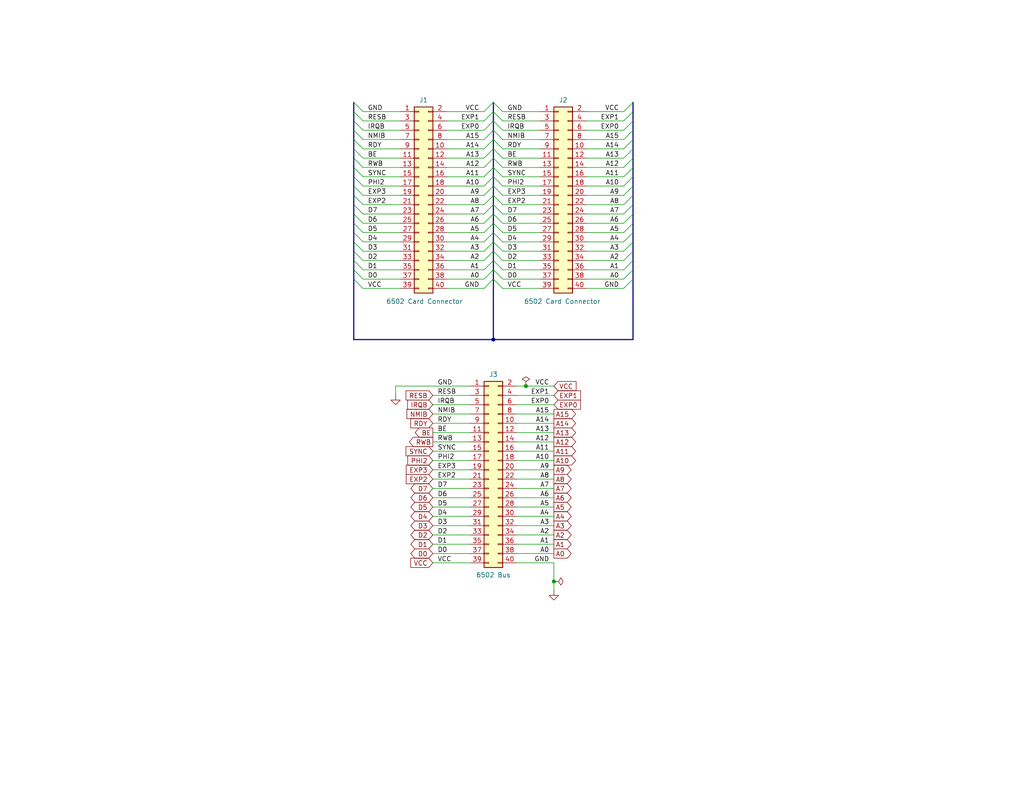
<source format=kicad_sch>
(kicad_sch (version 20250114) (generator "eeschema") (generator_version "9.0")
  (paper "USLetter")
  (title_block (title "6502 Backplane Helper") (date "2025-12-02") (rev "1.0") (company "A.C. Wright Design"))
  (lib_symbols
    (symbol "Connector_Generic:Conn_02x20_Odd_Even" (pin_names (offset 1.016) (hide yes))
      (property "Reference" "J" (at 1.27 25.4 0))
      (property "Value" "Conn_02x20_Odd_Even" (at 1.27 -27.94 0))
      (symbol "Conn_02x20_Odd_Even_1_1"
        (rectangle (start -1.27 24.13) (end 3.81 -26.67) (stroke (width 0.254)) (fill (type background)))
        (rectangle (start -1.27 22.987) (end 0 22.733) (stroke (width 0.1524)))
        (rectangle (start -1.27 20.447) (end 0 20.193) (stroke (width 0.1524)))
        (rectangle (start -1.27 17.907) (end 0 17.653) (stroke (width 0.1524)))
        (rectangle (start -1.27 15.367) (end 0 15.113) (stroke (width 0.1524)))
        (rectangle (start -1.27 12.827) (end 0 12.573) (stroke (width 0.1524)))
        (rectangle (start -1.27 10.287) (end 0 10.033) (stroke (width 0.1524)))
        (rectangle (start -1.27 7.747) (end 0 7.493) (stroke (width 0.1524)))
        (rectangle (start -1.27 5.207) (end 0 4.953) (stroke (width 0.1524)))
        (rectangle (start -1.27 2.667) (end 0 2.413) (stroke (width 0.1524)))
        (rectangle (start -1.27 0.127) (end 0 -0.127) (stroke (width 0.1524)))
        (rectangle (start -1.27 -2.413) (end 0 -2.667) (stroke (width 0.1524)))
        (rectangle (start -1.27 -4.953) (end 0 -5.207) (stroke (width 0.1524)))
        (rectangle (start -1.27 -7.493) (end 0 -7.747) (stroke (width 0.1524)))
        (rectangle (start -1.27 -10.033) (end 0 -10.287) (stroke (width 0.1524)))
        (rectangle (start -1.27 -12.573) (end 0 -12.827) (stroke (width 0.1524)))
        (rectangle (start -1.27 -15.113) (end 0 -15.367) (stroke (width 0.1524)))
        (rectangle (start -1.27 -17.653) (end 0 -17.907) (stroke (width 0.1524)))
        (rectangle (start -1.27 -20.193) (end 0 -20.447) (stroke (width 0.1524)))
        (rectangle (start -1.27 -22.733) (end 0 -22.987) (stroke (width 0.1524)))
        (rectangle (start -1.27 -25.273) (end 0 -25.527) (stroke (width 0.1524)))
        (rectangle (start 3.81 22.987) (end 2.54 22.733) (stroke (width 0.1524)))
        (rectangle (start 3.81 20.447) (end 2.54 20.193) (stroke (width 0.1524)))
        (rectangle (start 3.81 17.907) (end 2.54 17.653) (stroke (width 0.1524)))
        (rectangle (start 3.81 15.367) (end 2.54 15.113) (stroke (width 0.1524)))
        (rectangle (start 3.81 12.827) (end 2.54 12.573) (stroke (width 0.1524)))
        (rectangle (start 3.81 10.287) (end 2.54 10.033) (stroke (width 0.1524)))
        (rectangle (start 3.81 7.747) (end 2.54 7.493) (stroke (width 0.1524)))
        (rectangle (start 3.81 5.207) (end 2.54 4.953) (stroke (width 0.1524)))
        (rectangle (start 3.81 2.667) (end 2.54 2.413) (stroke (width 0.1524)))
        (rectangle (start 3.81 0.127) (end 2.54 -0.127) (stroke (width 0.1524)))
        (rectangle (start 3.81 -2.413) (end 2.54 -2.667) (stroke (width 0.1524)))
        (rectangle (start 3.81 -4.953) (end 2.54 -5.207) (stroke (width 0.1524)))
        (rectangle (start 3.81 -7.493) (end 2.54 -7.747) (stroke (width 0.1524)))
        (rectangle (start 3.81 -10.033) (end 2.54 -10.287) (stroke (width 0.1524)))
        (rectangle (start 3.81 -12.573) (end 2.54 -12.827) (stroke (width 0.1524)))
        (rectangle (start 3.81 -15.113) (end 2.54 -15.367) (stroke (width 0.1524)))
        (rectangle (start 3.81 -17.653) (end 2.54 -17.907) (stroke (width 0.1524)))
        (rectangle (start 3.81 -20.193) (end 2.54 -20.447) (stroke (width 0.1524)))
        (rectangle (start 3.81 -22.733) (end 2.54 -22.987) (stroke (width 0.1524)))
        (rectangle (start 3.81 -25.273) (end 2.54 -25.527) (stroke (width 0.1524)))
        (pin passive line (at -5.08 22.86 0) (length 3.81) (name "Pin_1") (number "1"))
        (pin passive line (at -5.08 20.32 0) (length 3.81) (name "Pin_3") (number "3"))
        (pin passive line (at -5.08 17.78 0) (length 3.81) (name "Pin_5") (number "5"))
        (pin passive line (at -5.08 15.24 0) (length 3.81) (name "Pin_7") (number "7"))
        (pin passive line (at -5.08 12.7 0) (length 3.81) (name "Pin_9") (number "9"))
        (pin passive line (at -5.08 10.16 0) (length 3.81) (name "Pin_11") (number "11"))
        (pin passive line (at -5.08 7.62 0) (length 3.81) (name "Pin_13") (number "13"))
        (pin passive line (at -5.08 5.08 0) (length 3.81) (name "Pin_15") (number "15"))
        (pin passive line (at -5.08 2.54 0) (length 3.81) (name "Pin_17") (number "17"))
        (pin passive line (at -5.08 0 0) (length 3.81) (name "Pin_19") (number "19"))
        (pin passive line (at -5.08 -2.54 0) (length 3.81) (name "Pin_21") (number "21"))
        (pin passive line (at -5.08 -5.08 0) (length 3.81) (name "Pin_23") (number "23"))
        (pin passive line (at -5.08 -7.62 0) (length 3.81) (name "Pin_25") (number "25"))
        (pin passive line (at -5.08 -10.16 0) (length 3.81) (name "Pin_27") (number "27"))
        (pin passive line (at -5.08 -12.7 0) (length 3.81) (name "Pin_29") (number "29"))
        (pin passive line (at -5.08 -15.24 0) (length 3.81) (name "Pin_31") (number "31"))
        (pin passive line (at -5.08 -17.78 0) (length 3.81) (name "Pin_33") (number "33"))
        (pin passive line (at -5.08 -20.32 0) (length 3.81) (name "Pin_35") (number "35"))
        (pin passive line (at -5.08 -22.86 0) (length 3.81) (name "Pin_37") (number "37"))
        (pin passive line (at -5.08 -25.4 0) (length 3.81) (name "Pin_39") (number "39"))
        (pin passive line (at 7.62 22.86 180) (length 3.81) (name "Pin_2") (number "2"))
        (pin passive line (at 7.62 20.32 180) (length 3.81) (name "Pin_4") (number "4"))
        (pin passive line (at 7.62 17.78 180) (length 3.81) (name "Pin_6") (number "6"))
        (pin passive line (at 7.62 15.24 180) (length 3.81) (name "Pin_8") (number "8"))
        (pin passive line (at 7.62 12.7 180) (length 3.81) (name "Pin_10") (number "10"))
        (pin passive line (at 7.62 10.16 180) (length 3.81) (name "Pin_12") (number "12"))
        (pin passive line (at 7.62 7.62 180) (length 3.81) (name "Pin_14") (number "14"))
        (pin passive line (at 7.62 5.08 180) (length 3.81) (name "Pin_16") (number "16"))
        (pin passive line (at 7.62 2.54 180) (length 3.81) (name "Pin_18") (number "18"))
        (pin passive line (at 7.62 0 180) (length 3.81) (name "Pin_20") (number "20"))
        (pin passive line (at 7.62 -2.54 180) (length 3.81) (name "Pin_22") (number "22"))
        (pin passive line (at 7.62 -5.08 180) (length 3.81) (name "Pin_24") (number "24"))
        (pin passive line (at 7.62 -7.62 180) (length 3.81) (name "Pin_26") (number "26"))
        (pin passive line (at 7.62 -10.16 180) (length 3.81) (name "Pin_28") (number "28"))
        (pin passive line (at 7.62 -12.7 180) (length 3.81) (name "Pin_30") (number "30"))
        (pin passive line (at 7.62 -15.24 180) (length 3.81) (name "Pin_32") (number "32"))
        (pin passive line (at 7.62 -17.78 180) (length 3.81) (name "Pin_34") (number "34"))
        (pin passive line (at 7.62 -20.32 180) (length 3.81) (name "Pin_36") (number "36"))
        (pin passive line (at 7.62 -22.86 180) (length 3.81) (name "Pin_38") (number "38"))
        (pin passive line (at 7.62 -25.4 180) (length 3.81) (name "Pin_40") (number "40"))
      )
    )
    (symbol "power:GND" (power) (pin_numbers (hide yes)) (pin_names (offset 0) (hide yes))
      (property "Value" "GND" (at 0 -3.81 0))
      (symbol "GND_0_1"
        (polyline (pts (xy 0 0) (xy 0 -1.27) (xy 1.27 -1.27) (xy 0 -2.54) (xy -1.27 -1.27) (xy 0 -1.27)))
      )
      (symbol "GND_1_1"
        (pin power_in line (at 0 0 270) (length 0) (name "~") (number "1"))
      )
    )
    (symbol "power:PWR_FLAG" (power) (pin_numbers (hide yes)) (pin_names (offset 0) (hide yes))
      (property "Value" "PWR_FLAG" (at 0 3.81 0))
      (symbol "PWR_FLAG_0_0"
        (pin power_out line (at 0 0 90) (length 0) (name "~") (number "1"))
      )
      (symbol "PWR_FLAG_0_1"
        (polyline (pts (xy 0 0) (xy 0 1.27) (xy -1.016 1.905) (xy 0 2.54) (xy 1.016 1.905) (xy 0 1.27)))
      )
    )
  )
  (junction (at 143.51 105.41))
  (junction (at 134.62 92.71))
  (junction (at 151.13 158.75))
  (bus_entry (at 134.62 66.04) (size 2.54 2.54))
  (bus_entry (at 134.62 35.56) (size -2.54 2.54))
  (bus_entry (at 134.62 33.02) (size -2.54 2.54))
  (bus_entry (at 96.52 66.04) (size 2.54 2.54))
  (bus_entry (at 172.72 73.66) (size -2.54 2.54))
  (bus_entry (at 134.62 43.18) (size 2.54 2.54))
  (bus_entry (at 96.52 43.18) (size 2.54 2.54))
  (bus_entry (at 134.62 76.2) (size 2.54 2.54))
  (bus_entry (at 96.52 63.5) (size 2.54 2.54))
  (bus_entry (at 96.52 60.96) (size 2.54 2.54))
  (bus_entry (at 134.62 48.26) (size -2.54 2.54))
  (bus_entry (at 172.72 48.26) (size -2.54 2.54))
  (bus_entry (at 96.52 76.2) (size 2.54 2.54))
  (bus_entry (at 134.62 33.02) (size 2.54 2.54))
  (bus_entry (at 134.62 40.64) (size 2.54 2.54))
  (bus_entry (at 134.62 68.58) (size 2.54 2.54))
  (bus_entry (at 134.62 63.5) (size -2.54 2.54))
  (bus_entry (at 134.62 55.88) (size 2.54 2.54))
  (bus_entry (at 96.52 38.1) (size 2.54 2.54))
  (bus_entry (at 96.52 73.66) (size 2.54 2.54))
  (bus_entry (at 172.72 66.04) (size -2.54 2.54))
  (bus_entry (at 134.62 68.58) (size -2.54 2.54))
  (bus_entry (at 134.62 53.34) (size 2.54 2.54))
  (bus_entry (at 134.62 71.12) (size 2.54 2.54))
  (bus_entry (at 172.72 35.56) (size -2.54 2.54))
  (bus_entry (at 172.72 71.12) (size -2.54 2.54))
  (bus_entry (at 172.72 33.02) (size -2.54 2.54))
  (bus_entry (at 96.52 71.12) (size 2.54 2.54))
  (bus_entry (at 172.72 63.5) (size -2.54 2.54))
  (bus_entry (at 172.72 45.72) (size -2.54 2.54))
  (bus_entry (at 96.52 27.94) (size 2.54 2.54))
  (bus_entry (at 172.72 53.34) (size -2.54 2.54))
  (bus_entry (at 96.52 33.02) (size 2.54 2.54))
  (bus_entry (at 96.52 53.34) (size 2.54 2.54))
  (bus_entry (at 172.72 60.96) (size -2.54 2.54))
  (bus_entry (at 96.52 50.8) (size 2.54 2.54))
  (bus_entry (at 134.62 50.8) (size -2.54 2.54))
  (bus_entry (at 134.62 27.94) (size 2.54 2.54))
  (bus_entry (at 134.62 45.72) (size -2.54 2.54))
  (bus_entry (at 172.72 43.18) (size -2.54 2.54))
  (bus_entry (at 172.72 58.42) (size -2.54 2.54))
  (bus_entry (at 96.52 30.48) (size 2.54 2.54))
  (bus_entry (at 134.62 43.18) (size -2.54 2.54))
  (bus_entry (at 134.62 48.26) (size 2.54 2.54))
  (bus_entry (at 96.52 48.26) (size 2.54 2.54))
  (bus_entry (at 96.52 58.42) (size 2.54 2.54))
  (bus_entry (at 96.52 40.64) (size 2.54 2.54))
  (bus_entry (at 134.62 27.94) (size -2.54 2.54))
  (bus_entry (at 172.72 30.48) (size -2.54 2.54))
  (bus_entry (at 96.52 55.88) (size 2.54 2.54))
  (bus_entry (at 134.62 38.1) (size -2.54 2.54))
  (bus_entry (at 134.62 76.2) (size -2.54 2.54))
  (bus_entry (at 134.62 66.04) (size -2.54 2.54))
  (bus_entry (at 172.72 55.88) (size -2.54 2.54))
  (bus_entry (at 134.62 40.64) (size -2.54 2.54))
  (bus_entry (at 134.62 60.96) (size -2.54 2.54))
  (bus_entry (at 134.62 30.48) (size 2.54 2.54))
  (bus_entry (at 134.62 30.48) (size -2.54 2.54))
  (bus_entry (at 172.72 40.64) (size -2.54 2.54))
  (bus_entry (at 172.72 38.1) (size -2.54 2.54))
  (bus_entry (at 172.72 50.8) (size -2.54 2.54))
  (bus_entry (at 96.52 35.56) (size 2.54 2.54))
  (bus_entry (at 134.62 55.88) (size -2.54 2.54))
  (bus_entry (at 134.62 58.42) (size 2.54 2.54))
  (bus_entry (at 134.62 73.66) (size 2.54 2.54))
  (bus_entry (at 172.72 76.2) (size -2.54 2.54))
  (bus_entry (at 134.62 35.56) (size 2.54 2.54))
  (bus_entry (at 96.52 45.72) (size 2.54 2.54))
  (bus_entry (at 134.62 71.12) (size -2.54 2.54))
  (bus_entry (at 134.62 63.5) (size 2.54 2.54))
  (bus_entry (at 134.62 38.1) (size 2.54 2.54))
  (bus_entry (at 172.72 27.94) (size -2.54 2.54))
  (bus_entry (at 134.62 58.42) (size -2.54 2.54))
  (bus_entry (at 134.62 45.72) (size 2.54 2.54))
  (bus_entry (at 134.62 73.66) (size -2.54 2.54))
  (bus_entry (at 134.62 53.34) (size -2.54 2.54))
  (bus_entry (at 134.62 50.8) (size 2.54 2.54))
  (bus_entry (at 172.72 68.58) (size -2.54 2.54))
  (bus_entry (at 134.62 60.96) (size 2.54 2.54))
  (bus_entry (at 96.52 68.58) (size 2.54 2.54))
  (bus (pts (xy 134.62 43.18) (xy 134.62 45.72)))
  (wire (pts (xy 160.02 30.48) (xy 170.18 30.48)))
  (wire (pts (xy 121.92 43.18) (xy 132.08 43.18)))
  (bus (pts (xy 96.52 38.1) (xy 96.52 40.64)))
  (wire (pts (xy 137.16 60.96) (xy 147.32 60.96)))
  (wire (pts (xy 128.27 143.51) (xy 118.11 143.51)))
  (bus (pts (xy 96.52 71.12) (xy 96.52 73.66)))
  (wire (pts (xy 147.32 43.18) (xy 137.16 43.18)))
  (bus (pts (xy 134.62 60.96) (xy 134.62 63.5)))
  (bus (pts (xy 134.62 58.42) (xy 134.62 60.96)))
  (wire (pts (xy 140.97 148.59) (xy 151.13 148.59)))
  (wire (pts (xy 99.06 60.96) (xy 109.22 60.96)))
  (wire (pts (xy 160.02 78.74) (xy 170.18 78.74)))
  (bus (pts (xy 134.62 40.64) (xy 134.62 43.18)))
  (wire (pts (xy 132.08 40.64) (xy 121.92 40.64)))
  (wire (pts (xy 107.95 107.95) (xy 107.95 105.41)))
  (bus (pts (xy 134.62 66.04) (xy 134.62 68.58)))
  (bus (pts (xy 134.62 76.2) (xy 134.62 92.71)))
  (bus (pts (xy 172.72 48.26) (xy 172.72 50.8)))
  (wire (pts (xy 118.11 125.73) (xy 128.27 125.73)))
  (bus (pts (xy 134.62 38.1) (xy 134.62 40.64)))
  (bus (pts (xy 172.72 38.1) (xy 172.72 40.64)))
  (wire (pts (xy 160.02 43.18) (xy 170.18 43.18)))
  (wire (pts (xy 128.27 123.19) (xy 118.11 123.19)))
  (wire (pts (xy 99.06 76.2) (xy 109.22 76.2)))
  (wire (pts (xy 99.06 38.1) (xy 109.22 38.1)))
  (bus (pts (xy 134.62 50.8) (xy 134.62 53.34)))
  (wire (pts (xy 121.92 48.26) (xy 132.08 48.26)))
  (bus (pts (xy 96.52 60.96) (xy 96.52 63.5)))
  (wire (pts (xy 140.97 143.51) (xy 151.13 143.51)))
  (bus (pts (xy 172.72 63.5) (xy 172.72 66.04)))
  (wire (pts (xy 151.13 153.67) (xy 151.13 158.75)))
  (wire (pts (xy 137.16 66.04) (xy 147.32 66.04)))
  (bus (pts (xy 134.62 68.58) (xy 134.62 71.12)))
  (wire (pts (xy 99.06 55.88) (xy 109.22 55.88)))
  (bus (pts (xy 96.52 30.48) (xy 96.52 33.02)))
  (wire (pts (xy 160.02 48.26) (xy 170.18 48.26)))
  (wire (pts (xy 118.11 140.97) (xy 128.27 140.97)))
  (wire (pts (xy 109.22 63.5) (xy 99.06 63.5)))
  (wire (pts (xy 151.13 158.75) (xy 151.13 161.29)))
  (wire (pts (xy 147.32 63.5) (xy 137.16 63.5)))
  (wire (pts (xy 137.16 35.56) (xy 147.32 35.56)))
  (wire (pts (xy 109.22 43.18) (xy 99.06 43.18)))
  (bus (pts (xy 96.52 35.56) (xy 96.52 38.1)))
  (wire (pts (xy 170.18 40.64) (xy 160.02 40.64)))
  (wire (pts (xy 99.06 45.72) (xy 109.22 45.72)))
  (wire (pts (xy 160.02 73.66) (xy 170.18 73.66)))
  (wire (pts (xy 170.18 35.56) (xy 160.02 35.56)))
  (wire (pts (xy 170.18 66.04) (xy 160.02 66.04)))
  (wire (pts (xy 160.02 38.1) (xy 170.18 38.1)))
  (wire (pts (xy 147.32 58.42) (xy 137.16 58.42)))
  (bus (pts (xy 172.72 66.04) (xy 172.72 68.58)))
  (bus (pts (xy 96.52 45.72) (xy 96.52 48.26)))
  (wire (pts (xy 140.97 107.95) (xy 151.13 107.95)))
  (wire (pts (xy 151.13 130.81) (xy 140.97 130.81)))
  (wire (pts (xy 140.97 153.67) (xy 151.13 153.67)))
  (wire (pts (xy 121.92 63.5) (xy 132.08 63.5)))
  (bus (pts (xy 96.52 53.34) (xy 96.52 55.88)))
  (wire (pts (xy 170.18 76.2) (xy 160.02 76.2)))
  (bus (pts (xy 172.72 35.56) (xy 172.72 38.1)))
  (bus (pts (xy 134.62 33.02) (xy 134.62 35.56)))
  (wire (pts (xy 140.97 105.41) (xy 143.51 105.41)))
  (bus (pts (xy 134.62 53.34) (xy 134.62 55.88)))
  (wire (pts (xy 109.22 48.26) (xy 99.06 48.26)))
  (wire (pts (xy 137.16 78.74) (xy 147.32 78.74)))
  (bus (pts (xy 96.52 73.66) (xy 96.52 76.2)))
  (wire (pts (xy 99.06 50.8) (xy 109.22 50.8)))
  (wire (pts (xy 121.92 78.74) (xy 132.08 78.74)))
  (bus (pts (xy 134.62 45.72) (xy 134.62 48.26)))
  (wire (pts (xy 151.13 120.65) (xy 140.97 120.65)))
  (wire (pts (xy 128.27 118.11) (xy 118.11 118.11)))
  (wire (pts (xy 132.08 55.88) (xy 121.92 55.88)))
  (bus (pts (xy 172.72 30.48) (xy 172.72 33.02)))
  (bus (pts (xy 96.52 43.18) (xy 96.52 45.72)))
  (bus (pts (xy 134.62 55.88) (xy 134.62 58.42)))
  (bus (pts (xy 172.72 40.64) (xy 172.72 43.18)))
  (wire (pts (xy 99.06 66.04) (xy 109.22 66.04)))
  (wire (pts (xy 137.16 33.02) (xy 147.32 33.02)))
  (wire (pts (xy 140.97 113.03) (xy 151.13 113.03)))
  (wire (pts (xy 132.08 66.04) (xy 121.92 66.04)))
  (wire (pts (xy 99.06 35.56) (xy 109.22 35.56)))
  (wire (pts (xy 140.97 133.35) (xy 151.13 133.35)))
  (wire (pts (xy 170.18 71.12) (xy 160.02 71.12)))
  (wire (pts (xy 118.11 115.57) (xy 128.27 115.57)))
  (wire (pts (xy 118.11 107.95) (xy 128.27 107.95)))
  (bus (pts (xy 134.62 71.12) (xy 134.62 73.66)))
  (wire (pts (xy 140.97 123.19) (xy 151.13 123.19)))
  (wire (pts (xy 151.13 135.89) (xy 140.97 135.89)))
  (wire (pts (xy 109.22 53.34) (xy 99.06 53.34)))
  (wire (pts (xy 160.02 68.58) (xy 170.18 68.58)))
  (wire (pts (xy 170.18 50.8) (xy 160.02 50.8)))
  (wire (pts (xy 118.11 130.81) (xy 128.27 130.81)))
  (wire (pts (xy 170.18 60.96) (xy 160.02 60.96)))
  (wire (pts (xy 170.18 45.72) (xy 160.02 45.72)))
  (wire (pts (xy 128.27 133.35) (xy 118.11 133.35)))
  (wire (pts (xy 137.16 40.64) (xy 147.32 40.64)))
  (wire (pts (xy 99.06 33.02) (xy 109.22 33.02)))
  (bus (pts (xy 96.52 58.42) (xy 96.52 60.96)))
  (bus (pts (xy 134.62 30.48) (xy 134.62 33.02)))
  (wire (pts (xy 147.32 38.1) (xy 137.16 38.1)))
  (wire (pts (xy 121.92 38.1) (xy 132.08 38.1)))
  (bus (pts (xy 96.52 63.5) (xy 96.52 66.04)))
  (bus (pts (xy 172.72 55.88) (xy 172.72 58.42)))
  (wire (pts (xy 128.27 128.27) (xy 118.11 128.27)))
  (bus (pts (xy 172.72 73.66) (xy 172.72 76.2)))
  (bus (pts (xy 134.62 35.56) (xy 134.62 38.1)))
  (wire (pts (xy 121.92 68.58) (xy 132.08 68.58)))
  (wire (pts (xy 147.32 68.58) (xy 137.16 68.58)))
  (bus (pts (xy 172.72 60.96) (xy 172.72 63.5)))
  (wire (pts (xy 121.92 58.42) (xy 132.08 58.42)))
  (wire (pts (xy 121.92 73.66) (xy 132.08 73.66)))
  (bus (pts (xy 96.52 76.2) (xy 96.52 92.71)))
  (bus (pts (xy 96.52 66.04) (xy 96.52 68.58)))
  (wire (pts (xy 147.32 73.66) (xy 137.16 73.66)))
  (wire (pts (xy 160.02 63.5) (xy 170.18 63.5)))
  (bus (pts (xy 172.72 33.02) (xy 172.72 35.56)))
  (wire (pts (xy 118.11 113.03) (xy 128.27 113.03)))
  (wire (pts (xy 128.27 148.59) (xy 118.11 148.59)))
  (wire (pts (xy 109.22 68.58) (xy 99.06 68.58)))
  (wire (pts (xy 118.11 153.67) (xy 128.27 153.67)))
  (wire (pts (xy 99.06 71.12) (xy 109.22 71.12)))
  (bus (pts (xy 96.52 27.94) (xy 96.52 30.48)))
  (bus (pts (xy 134.62 48.26) (xy 134.62 50.8)))
  (bus (pts (xy 96.52 68.58) (xy 96.52 71.12)))
  (wire (pts (xy 107.95 105.41) (xy 128.27 105.41)))
  (bus (pts (xy 172.72 76.2) (xy 172.72 92.71)))
  (bus (pts (xy 172.72 53.34) (xy 172.72 55.88)))
  (wire (pts (xy 160.02 58.42) (xy 170.18 58.42)))
  (bus (pts (xy 96.52 48.26) (xy 96.52 50.8)))
  (wire (pts (xy 109.22 73.66) (xy 99.06 73.66)))
  (wire (pts (xy 109.22 58.42) (xy 99.06 58.42)))
  (wire (pts (xy 143.51 105.41) (xy 151.13 105.41)))
  (wire (pts (xy 99.06 40.64) (xy 109.22 40.64)))
  (wire (pts (xy 151.13 110.49) (xy 140.97 110.49)))
  (wire (pts (xy 151.13 125.73) (xy 140.97 125.73)))
  (wire (pts (xy 118.11 135.89) (xy 128.27 135.89)))
  (wire (pts (xy 137.16 30.48) (xy 147.32 30.48)))
  (bus (pts (xy 134.62 27.94) (xy 134.62 30.48)))
  (wire (pts (xy 137.16 55.88) (xy 147.32 55.88)))
  (bus (pts (xy 96.52 92.71) (xy 134.62 92.71)))
  (wire (pts (xy 140.97 128.27) (xy 151.13 128.27)))
  (wire (pts (xy 132.08 35.56) (xy 121.92 35.56)))
  (wire (pts (xy 132.08 71.12) (xy 121.92 71.12)))
  (bus (pts (xy 172.72 58.42) (xy 172.72 60.96)))
  (wire (pts (xy 118.11 151.13) (xy 128.27 151.13)))
  (wire (pts (xy 151.13 146.05) (xy 140.97 146.05)))
  (bus (pts (xy 172.72 27.94) (xy 172.72 30.48)))
  (wire (pts (xy 132.08 45.72) (xy 121.92 45.72)))
  (bus (pts (xy 134.62 73.66) (xy 134.62 76.2)))
  (wire (pts (xy 121.92 53.34) (xy 132.08 53.34)))
  (wire (pts (xy 151.13 140.97) (xy 140.97 140.97)))
  (wire (pts (xy 132.08 76.2) (xy 121.92 76.2)))
  (wire (pts (xy 128.27 138.43) (xy 118.11 138.43)))
  (wire (pts (xy 137.16 71.12) (xy 147.32 71.12)))
  (bus (pts (xy 172.72 45.72) (xy 172.72 48.26)))
  (wire (pts (xy 160.02 33.02) (xy 170.18 33.02)))
  (wire (pts (xy 137.16 76.2) (xy 147.32 76.2)))
  (wire (pts (xy 170.18 55.88) (xy 160.02 55.88)))
  (wire (pts (xy 137.16 50.8) (xy 147.32 50.8)))
  (bus (pts (xy 96.52 55.88) (xy 96.52 58.42)))
  (bus (pts (xy 172.72 50.8) (xy 172.72 53.34)))
  (wire (pts (xy 118.11 120.65) (xy 128.27 120.65)))
  (wire (pts (xy 118.11 146.05) (xy 128.27 146.05)))
  (bus (pts (xy 96.52 50.8) (xy 96.52 53.34)))
  (bus (pts (xy 96.52 40.64) (xy 96.52 43.18)))
  (wire (pts (xy 140.97 138.43) (xy 151.13 138.43)))
  (bus (pts (xy 134.62 63.5) (xy 134.62 66.04)))
  (wire (pts (xy 147.32 53.34) (xy 137.16 53.34)))
  (wire (pts (xy 118.11 110.49) (xy 128.27 110.49)))
  (wire (pts (xy 99.06 78.74) (xy 109.22 78.74)))
  (wire (pts (xy 99.06 30.48) (xy 109.22 30.48)))
  (wire (pts (xy 121.92 30.48) (xy 132.08 30.48)))
  (wire (pts (xy 160.02 53.34) (xy 170.18 53.34)))
  (bus (pts (xy 96.52 33.02) (xy 96.52 35.56)))
  (bus (pts (xy 134.62 92.71) (xy 172.72 92.71)))
  (wire (pts (xy 132.08 60.96) (xy 121.92 60.96)))
  (wire (pts (xy 151.13 115.57) (xy 140.97 115.57)))
  (bus (pts (xy 172.72 43.18) (xy 172.72 45.72)))
  (wire (pts (xy 137.16 45.72) (xy 147.32 45.72)))
  (wire (pts (xy 121.92 33.02) (xy 132.08 33.02)))
  (bus (pts (xy 172.72 68.58) (xy 172.72 71.12)))
  (bus (pts (xy 172.72 71.12) (xy 172.72 73.66)))
  (wire (pts (xy 140.97 118.11) (xy 151.13 118.11)))
  (wire (pts (xy 147.32 48.26) (xy 137.16 48.26)))
  (wire (pts (xy 132.08 50.8) (xy 121.92 50.8)))
  (wire (pts (xy 151.13 151.13) (xy 140.97 151.13)))
  (label "A13" (at 130.81 43.18 180))
  (label "GND" (at 100.33 30.48 0))
  (label "A1" (at 149.86 148.59 180))
  (label "A0" (at 168.91 76.2 180))
  (label "A6" (at 149.86 135.89 180))
  (label "PHI2" (at 138.43 50.8 0))
  (label "D1" (at 100.33 73.66 0))
  (label "EXP2" (at 100.33 55.88 0))
  (label "A7" (at 168.91 58.42 180))
  (label "D3" (at 119.38 143.51 0))
  (label "A0" (at 130.81 76.2 180))
  (label "RWB" (at 138.43 45.72 0))
  (label "RESB" (at 138.43 33.02 0))
  (label "EXP2" (at 138.43 55.88 0))
  (label "VCC" (at 138.43 78.74 0))
  (label "NMIB" (at 100.33 38.1 0))
  (label "D1" (at 119.38 148.59 0))
  (label "D7" (at 100.33 58.42 0))
  (label "EXP3" (at 100.33 53.34 0))
  (label "D2" (at 119.38 146.05 0))
  (label "A6" (at 130.81 60.96 180))
  (label "A3" (at 168.91 68.58 180))
  (label "A6" (at 168.91 60.96 180))
  (label "VCC" (at 168.91 30.48 180))
  (label "A12" (at 130.81 45.72 180))
  (label "A10" (at 168.91 50.8 180))
  (label "D6" (at 100.33 60.96 0))
  (label "A12" (at 149.86 120.65 180))
  (label "D6" (at 119.38 135.89 0))
  (label "D0" (at 119.38 151.13 0))
  (label "D4" (at 138.43 66.04 0))
  (label "D6" (at 138.43 60.96 0))
  (label "A13" (at 168.91 43.18 180))
  (label "A9" (at 168.91 53.34 180))
  (label "RESB" (at 119.38 107.95 0))
  (label "A2" (at 149.86 146.05 180))
  (label "A10" (at 130.81 50.8 180))
  (label "GND" (at 149.86 153.67 180))
  (label "PHI2" (at 119.38 125.73 0))
  (label "BE" (at 100.33 43.18 0))
  (label "A9" (at 149.86 128.27 180))
  (label "A1" (at 130.81 73.66 180))
  (label "A5" (at 149.86 138.43 180))
  (label "A4" (at 168.91 66.04 180))
  (label "A8" (at 168.91 55.88 180))
  (label "SYNC" (at 119.38 123.19 0))
  (label "D3" (at 138.43 68.58 0))
  (label "EXP0" (at 130.81 35.56 180))
  (label "A11" (at 130.81 48.26 180))
  (label "BE" (at 138.43 43.18 0))
  (label "A8" (at 149.86 130.81 180))
  (label "A1" (at 168.91 73.66 180))
  (label "A7" (at 130.81 58.42 180))
  (label "A11" (at 168.91 48.26 180))
  (label "RDY" (at 138.43 40.64 0))
  (label "GND" (at 130.81 78.74 180))
  (label "A15" (at 149.86 113.03 180))
  (label "A2" (at 168.91 71.12 180))
  (label "A12" (at 168.91 45.72 180))
  (label "EXP1" (at 168.91 33.02 180))
  (label "A2" (at 130.81 71.12 180))
  (label "D4" (at 100.33 66.04 0))
  (label "D2" (at 138.43 71.12 0))
  (label "EXP2" (at 119.38 130.81 0))
  (label "A11" (at 149.86 123.19 180))
  (label "D0" (at 100.33 76.2 0))
  (label "D1" (at 138.43 73.66 0))
  (label "VCC" (at 100.33 78.74 0))
  (label "IRQB" (at 100.33 35.56 0))
  (label "RDY" (at 119.38 115.57 0))
  (label "BE" (at 119.38 118.11 0))
  (label "EXP1" (at 130.81 33.02 180))
  (label "A5" (at 130.81 63.5 180))
  (label "A3" (at 130.81 68.58 180))
  (label "EXP3" (at 138.43 53.34 0))
  (label "A5" (at 168.91 63.5 180))
  (label "PHI2" (at 100.33 50.8 0))
  (label "A14" (at 149.86 115.57 180))
  (label "NMIB" (at 119.38 113.03 0))
  (label "A10" (at 149.86 125.73 180))
  (label "RWB" (at 100.33 45.72 0))
  (label "A4" (at 149.86 140.97 180))
  (label "A15" (at 168.91 38.1 180))
  (label "EXP1" (at 149.86 107.95 180))
  (label "D4" (at 119.38 140.97 0))
  (label "A14" (at 130.81 40.64 180))
  (label "D0" (at 138.43 76.2 0))
  (label "A3" (at 149.86 143.51 180))
  (label "D2" (at 100.33 71.12 0))
  (label "A9" (at 130.81 53.34 180))
  (label "A13" (at 149.86 118.11 180))
  (label "GND" (at 138.43 30.48 0))
  (label "A14" (at 168.91 40.64 180))
  (label "VCC" (at 119.38 153.67 0))
  (label "GND" (at 119.38 105.41 0))
  (label "RWB" (at 119.38 120.65 0))
  (label "VCC" (at 130.81 30.48 180))
  (label "IRQB" (at 119.38 110.49 0))
  (label "EXP0" (at 168.91 35.56 180))
  (label "D7" (at 138.43 58.42 0))
  (label "A15" (at 130.81 38.1 180))
  (label "RDY" (at 100.33 40.64 0))
  (label "A0" (at 149.86 151.13 180))
  (label "IRQB" (at 138.43 35.56 0))
  (label "SYNC" (at 138.43 48.26 0))
  (label "D5" (at 119.38 138.43 0))
  (label "A4" (at 130.81 66.04 180))
  (label "GND" (at 168.91 78.74 180))
  (label "RESB" (at 100.33 33.02 0))
  (label "NMIB" (at 138.43 38.1 0))
  (label "D3" (at 100.33 68.58 0))
  (label "EXP3" (at 119.38 128.27 0))
  (label "D5" (at 138.43 63.5 0))
  (label "A7" (at 149.86 133.35 180))
  (label "A8" (at 130.81 55.88 180))
  (label "EXP0" (at 149.86 110.49 180))
  (label "VCC" (at 149.86 105.41 180))
  (label "SYNC" (at 100.33 48.26 0))
  (label "D7" (at 119.38 133.35 0))
  (label "D5" (at 100.33 63.5 0))
  (global_label "D6" (shape bidirectional) (at 118.11 135.89 180) (property "Intersheetrefs" "${INTERSHEET_REFS}" (effects (hide yes))))
  (global_label "A6" (shape output) (at 151.13 135.89 0) (property "Intersheetrefs" "${INTERSHEET_REFS}" (effects (hide yes))))
  (global_label "EXP2" (shape input) (at 118.11 130.81 180) (property "Intersheetrefs" "${INTERSHEET_REFS}" (effects (hide yes))))
  (global_label "A4" (shape output) (at 151.13 140.97 0) (property "Intersheetrefs" "${INTERSHEET_REFS}" (effects (hide yes))))
  (global_label "A10" (shape output) (at 151.13 125.73 0) (property "Intersheetrefs" "${INTERSHEET_REFS}" (effects (hide yes))))
  (global_label "A7" (shape output) (at 151.13 133.35 0) (property "Intersheetrefs" "${INTERSHEET_REFS}" (effects (hide yes))))
  (global_label "D7" (shape bidirectional) (at 118.11 133.35 180) (property "Intersheetrefs" "${INTERSHEET_REFS}" (effects (hide yes))))
  (global_label "A9" (shape output) (at 151.13 128.27 0) (property "Intersheetrefs" "${INTERSHEET_REFS}" (effects (hide yes))))
  (global_label "A3" (shape output) (at 151.13 143.51 0) (property "Intersheetrefs" "${INTERSHEET_REFS}" (effects (hide yes))))
  (global_label "PHI2" (shape input) (at 118.11 125.73 180) (property "Intersheetrefs" "${INTERSHEET_REFS}" (effects (hide yes))))
  (global_label "RWB" (shape output) (at 118.11 120.65 180) (property "Intersheetrefs" "${INTERSHEET_REFS}" (effects (hide yes))))
  (global_label "RESB" (shape input) (at 118.11 107.95 180) (property "Intersheetrefs" "${INTERSHEET_REFS}" (effects (hide yes))))
  (global_label "BE" (shape output) (at 118.11 118.11 180) (property "Intersheetrefs" "${INTERSHEET_REFS}" (effects (hide yes))))
  (global_label "A15" (shape output) (at 151.13 113.03 0) (property "Intersheetrefs" "${INTERSHEET_REFS}" (effects (hide yes))))
  (global_label "A8" (shape output) (at 151.13 130.81 0) (property "Intersheetrefs" "${INTERSHEET_REFS}" (effects (hide yes))))
  (global_label "A1" (shape output) (at 151.13 148.59 0) (property "Intersheetrefs" "${INTERSHEET_REFS}" (effects (hide yes))))
  (global_label "A5" (shape output) (at 151.13 138.43 0) (property "Intersheetrefs" "${INTERSHEET_REFS}" (effects (hide yes))))
  (global_label "A0" (shape output) (at 151.13 151.13 0) (property "Intersheetrefs" "${INTERSHEET_REFS}" (effects (hide yes))))
  (global_label "D4" (shape bidirectional) (at 118.11 140.97 180) (property "Intersheetrefs" "${INTERSHEET_REFS}" (effects (hide yes))))
  (global_label "D2" (shape bidirectional) (at 118.11 146.05 180) (property "Intersheetrefs" "${INTERSHEET_REFS}" (effects (hide yes))))
  (global_label "A2" (shape output) (at 151.13 146.05 0) (property "Intersheetrefs" "${INTERSHEET_REFS}" (effects (hide yes))))
  (global_label "IRQB" (shape input) (at 118.11 110.49 180) (property "Intersheetrefs" "${INTERSHEET_REFS}" (effects (hide yes))))
  (global_label "NMIB" (shape input) (at 118.11 113.03 180) (property "Intersheetrefs" "${INTERSHEET_REFS}" (effects (hide yes))))
  (global_label "A12" (shape output) (at 151.13 120.65 0) (property "Intersheetrefs" "${INTERSHEET_REFS}" (effects (hide yes))))
  (global_label "SYNC" (shape input) (at 118.11 123.19 180) (property "Intersheetrefs" "${INTERSHEET_REFS}" (effects (hide yes))))
  (global_label "RDY" (shape input) (at 118.11 115.57 180) (property "Intersheetrefs" "${INTERSHEET_REFS}" (effects (hide yes))))
  (global_label "EXP3" (shape input) (at 118.11 128.27 180) (property "Intersheetrefs" "${INTERSHEET_REFS}" (effects (hide yes))))
  (global_label "D1" (shape bidirectional) (at 118.11 148.59 180) (property "Intersheetrefs" "${INTERSHEET_REFS}" (effects (hide yes))))
  (global_label "A11" (shape output) (at 151.13 123.19 0) (property "Intersheetrefs" "${INTERSHEET_REFS}" (effects (hide yes))))
  (global_label "D3" (shape bidirectional) (at 118.11 143.51 180) (property "Intersheetrefs" "${INTERSHEET_REFS}" (effects (hide yes))))
  (global_label "D5" (shape bidirectional) (at 118.11 138.43 180) (property "Intersheetrefs" "${INTERSHEET_REFS}" (effects (hide yes))))
  (global_label "A14" (shape output) (at 151.13 115.57 0) (property "Intersheetrefs" "${INTERSHEET_REFS}" (effects (hide yes))))
  (global_label "D0" (shape bidirectional) (at 118.11 151.13 180) (property "Intersheetrefs" "${INTERSHEET_REFS}" (effects (hide yes))))
  (global_label "EXP1" (shape input) (at 151.13 107.95 0) (property "Intersheetrefs" "${INTERSHEET_REFS}" (effects (hide yes))))
  (global_label "EXP0" (shape input) (at 151.13 110.49 0) (property "Intersheetrefs" "${INTERSHEET_REFS}" (effects (hide yes))))
  (global_label "VCC" (shape input) (at 151.13 105.41 0) (property "Intersheetrefs" "${INTERSHEET_REFS}" (effects (hide yes))))
  (global_label "A13" (shape output) (at 151.13 118.11 0) (property "Intersheetrefs" "${INTERSHEET_REFS}" (effects (hide yes))))
  (global_label "VCC" (shape input) (at 118.11 153.67 180) (property "Intersheetrefs" "${INTERSHEET_REFS}" (effects (hide yes))))
  (symbol (lib_id "Connector_Generic:Conn_02x20_Odd_Even") (at 114.3 53.34 0) (unit 1) (in_bom no)
    (property "Reference" "J1" (at 115.57 27.305 0))
    (property "Value" "6502 Card Connector" (at 115.824 82.296 0))
    (property "Footprint" "6502 Parts:RHDR40W82P485X254_2X20_5740X93" (effects (hide yes)))
    (property "Description" "Generic connector, double row, 02x20, odd/even pin numbering scheme (row 1 odd numbers, row 2 even numbers), script generated (kicad-library-utils/schlib/autogen/connector/)" (effects (hide yes)))
    (property "Mouser" "571-5-5530843-4" (effects (hide yes)))
  )
  (symbol (lib_id "Connector_Generic:Conn_02x20_Odd_Even") (at 152.4 53.34 0) (unit 1) (in_bom no)
    (property "Reference" "J2" (at 153.67 27.305 0))
    (property "Value" "6502 Card Connector" (at 153.416 82.296 0))
    (property "Footprint" "6502 Parts:RHDR40W82P485X254_2X20_5740X93" (effects (hide yes)))
    (property "Description" "Generic connector, double row, 02x20, odd/even pin numbering scheme (row 1 odd numbers, row 2 even numbers), script generated (kicad-library-utils/schlib/autogen/connector/)" (effects (hide yes)))
    (property "Mouser" "571-5-5530843-4" (effects (hide yes)))
  )
  (symbol (lib_id "Connector_Generic:Conn_02x20_Odd_Even") (at 133.35 128.27 0) (unit 1) (in_bom no)
    (property "Reference" "J3" (at 134.62 102.235 0))
    (property "Value" "6502 Bus" (at 134.62 156.972 0))
    (property "Footprint" "6502 Parts:6502 Bus Connector" (effects (hide yes)))
    (property "Description" "Generic connector, double row, 02x20, odd/even pin numbering scheme (row 1 odd numbers, row 2 even numbers), script generated (kicad-library-utils/schlib/autogen/connector/)" (effects (hide yes)))
    (property "Digikey" "732-5401-ND" (effects (hide yes)))
  )
  (symbol (lib_id "power:PWR_FLAG") (at 143.51 105.41 0) (unit 1)
    (property "Reference" "#FLG02" (effects (hide yes)))
    (property "Value" "PWR_FLAG" (effects (hide yes)))
    (property "Description" "Special symbol for telling ERC where power comes from" (effects (hide yes)))
  )
  (symbol (lib_id "power:PWR_FLAG") (at 151.13 158.75 270) (unit 1)
    (property "Reference" "#FLG01" (effects (hide yes)))
    (property "Value" "PWR_FLAG" (effects (hide yes)))
    (property "Description" "Special symbol for telling ERC where power comes from" (effects (hide yes)))
  )
  (symbol (lib_id "power:GND") (at 151.13 161.29 0) (unit 1)
    (property "Reference" "#PWR02" (effects (hide yes)))
    (property "Value" "GND" (effects (hide yes)))
    (property "Description" "Power symbol creates a global label with name \"GND\" , ground" (effects (hide yes)))
  )
  (symbol (lib_id "power:GND") (at 107.95 107.95 0) (unit 1)
    (property "Reference" "#PWR01" (effects (hide yes)))
    (property "Value" "GND" (effects (hide yes)))
    (property "Description" "Power symbol creates a global label with name \"GND\" , ground" (effects (hide yes)))
  )
)
</source>
